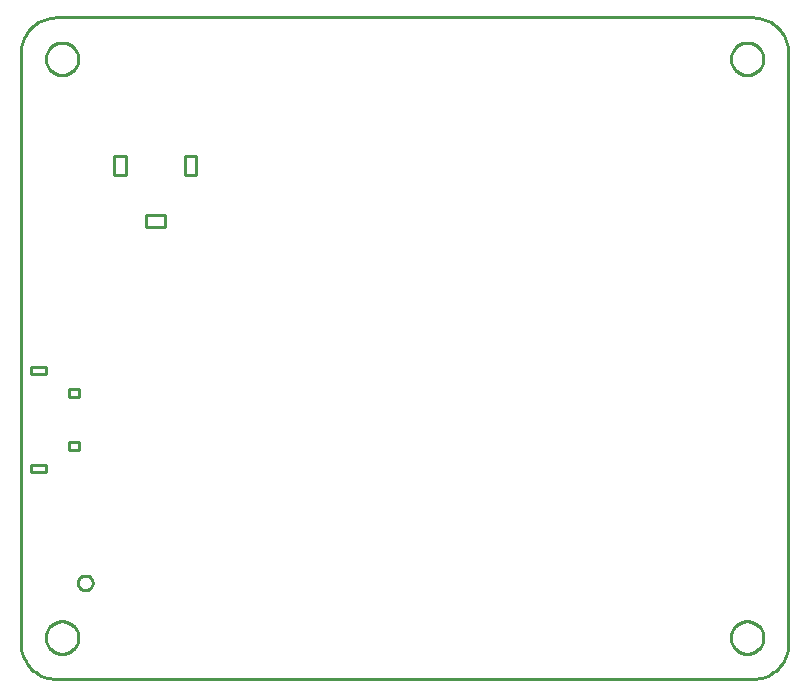
<source format=gbr>
G04 EAGLE Gerber RS-274X export*
G75*
%MOMM*%
%FSLAX34Y34*%
%LPD*%
%IN*%
%IPPOS*%
%AMOC8*
5,1,8,0,0,1.08239X$1,22.5*%
G01*
%ADD10C,0.254000*%


D10*
X0Y30000D02*
X114Y27385D01*
X456Y24791D01*
X1022Y22235D01*
X1809Y19739D01*
X2811Y17321D01*
X4019Y15000D01*
X5425Y12793D01*
X7019Y10716D01*
X8787Y8787D01*
X10716Y7019D01*
X12793Y5425D01*
X15000Y4019D01*
X17321Y2811D01*
X19739Y1809D01*
X22235Y1022D01*
X24791Y456D01*
X27385Y114D01*
X30000Y0D01*
X620000Y0D01*
X622615Y114D01*
X625209Y456D01*
X627765Y1022D01*
X630261Y1809D01*
X632679Y2811D01*
X635000Y4019D01*
X637207Y5425D01*
X639284Y7019D01*
X641213Y8787D01*
X642981Y10716D01*
X644575Y12793D01*
X645981Y15000D01*
X647189Y17321D01*
X648191Y19739D01*
X648978Y22235D01*
X649544Y24791D01*
X649886Y27385D01*
X650000Y30000D01*
X650000Y530000D01*
X649886Y532615D01*
X649544Y535209D01*
X648978Y537765D01*
X648191Y540261D01*
X647189Y542679D01*
X645981Y545000D01*
X644575Y547207D01*
X642981Y549284D01*
X641213Y551213D01*
X639284Y552981D01*
X637207Y554575D01*
X635000Y555981D01*
X632679Y557189D01*
X630261Y558191D01*
X627765Y558978D01*
X625209Y559544D01*
X622615Y559886D01*
X620000Y560000D01*
X30000Y560000D01*
X27385Y559886D01*
X24791Y559544D01*
X22235Y558978D01*
X19739Y558191D01*
X17321Y557189D01*
X15000Y555981D01*
X12793Y554575D01*
X10716Y552981D01*
X8787Y551213D01*
X7019Y549284D01*
X5425Y547207D01*
X4019Y545000D01*
X2811Y542679D01*
X1809Y540261D01*
X1022Y537765D01*
X456Y535209D01*
X114Y532615D01*
X0Y530000D01*
X0Y30000D01*
X40736Y193960D02*
X49236Y193960D01*
X49236Y200960D01*
X40736Y200960D01*
X40736Y193960D01*
X40736Y238460D02*
X49236Y238460D01*
X49236Y245460D01*
X40736Y245460D01*
X40736Y238460D01*
X78740Y426340D02*
X88740Y426340D01*
X88740Y442340D01*
X78740Y442340D01*
X78740Y426340D01*
X8486Y174960D02*
X21486Y174960D01*
X21486Y180960D01*
X8486Y180960D01*
X8486Y174960D01*
X138740Y426340D02*
X148740Y426340D01*
X148740Y442340D01*
X138740Y442340D01*
X138740Y426340D01*
X8486Y258460D02*
X21486Y258460D01*
X21486Y264460D01*
X8486Y264460D01*
X8486Y258460D01*
X105740Y382340D02*
X121740Y382340D01*
X121740Y392340D01*
X105740Y392340D01*
X105740Y382340D01*
X48750Y34509D02*
X48680Y33529D01*
X48540Y32557D01*
X48331Y31597D01*
X48055Y30655D01*
X47711Y29735D01*
X47303Y28841D01*
X46833Y27979D01*
X46302Y27153D01*
X45713Y26367D01*
X45070Y25625D01*
X44375Y24930D01*
X43633Y24287D01*
X42847Y23698D01*
X42021Y23167D01*
X41159Y22697D01*
X40265Y22289D01*
X39345Y21945D01*
X38403Y21669D01*
X37443Y21460D01*
X36471Y21320D01*
X35491Y21250D01*
X34509Y21250D01*
X33529Y21320D01*
X32557Y21460D01*
X31597Y21669D01*
X30655Y21945D01*
X29735Y22289D01*
X28841Y22697D01*
X27979Y23167D01*
X27153Y23698D01*
X26367Y24287D01*
X25625Y24930D01*
X24930Y25625D01*
X24287Y26367D01*
X23698Y27153D01*
X23167Y27979D01*
X22697Y28841D01*
X22289Y29735D01*
X21945Y30655D01*
X21669Y31597D01*
X21460Y32557D01*
X21320Y33529D01*
X21250Y34509D01*
X21250Y35491D01*
X21320Y36471D01*
X21460Y37443D01*
X21669Y38403D01*
X21945Y39345D01*
X22289Y40265D01*
X22697Y41159D01*
X23167Y42021D01*
X23698Y42847D01*
X24287Y43633D01*
X24930Y44375D01*
X25625Y45070D01*
X26367Y45713D01*
X27153Y46302D01*
X27979Y46833D01*
X28841Y47303D01*
X29735Y47711D01*
X30655Y48055D01*
X31597Y48331D01*
X32557Y48540D01*
X33529Y48680D01*
X34509Y48750D01*
X35491Y48750D01*
X36471Y48680D01*
X37443Y48540D01*
X38403Y48331D01*
X39345Y48055D01*
X40265Y47711D01*
X41159Y47303D01*
X42021Y46833D01*
X42847Y46302D01*
X43633Y45713D01*
X44375Y45070D01*
X45070Y44375D01*
X45713Y43633D01*
X46302Y42847D01*
X46833Y42021D01*
X47303Y41159D01*
X47711Y40265D01*
X48055Y39345D01*
X48331Y38403D01*
X48540Y37443D01*
X48680Y36471D01*
X48750Y35491D01*
X48750Y34509D01*
X48750Y524509D02*
X48680Y523529D01*
X48540Y522557D01*
X48331Y521597D01*
X48055Y520655D01*
X47711Y519735D01*
X47303Y518841D01*
X46833Y517979D01*
X46302Y517153D01*
X45713Y516367D01*
X45070Y515625D01*
X44375Y514930D01*
X43633Y514287D01*
X42847Y513698D01*
X42021Y513167D01*
X41159Y512697D01*
X40265Y512289D01*
X39345Y511945D01*
X38403Y511669D01*
X37443Y511460D01*
X36471Y511320D01*
X35491Y511250D01*
X34509Y511250D01*
X33529Y511320D01*
X32557Y511460D01*
X31597Y511669D01*
X30655Y511945D01*
X29735Y512289D01*
X28841Y512697D01*
X27979Y513167D01*
X27153Y513698D01*
X26367Y514287D01*
X25625Y514930D01*
X24930Y515625D01*
X24287Y516367D01*
X23698Y517153D01*
X23167Y517979D01*
X22697Y518841D01*
X22289Y519735D01*
X21945Y520655D01*
X21669Y521597D01*
X21460Y522557D01*
X21320Y523529D01*
X21250Y524509D01*
X21250Y525491D01*
X21320Y526471D01*
X21460Y527443D01*
X21669Y528403D01*
X21945Y529345D01*
X22289Y530265D01*
X22697Y531159D01*
X23167Y532021D01*
X23698Y532847D01*
X24287Y533633D01*
X24930Y534375D01*
X25625Y535070D01*
X26367Y535713D01*
X27153Y536302D01*
X27979Y536833D01*
X28841Y537303D01*
X29735Y537711D01*
X30655Y538055D01*
X31597Y538331D01*
X32557Y538540D01*
X33529Y538680D01*
X34509Y538750D01*
X35491Y538750D01*
X36471Y538680D01*
X37443Y538540D01*
X38403Y538331D01*
X39345Y538055D01*
X40265Y537711D01*
X41159Y537303D01*
X42021Y536833D01*
X42847Y536302D01*
X43633Y535713D01*
X44375Y535070D01*
X45070Y534375D01*
X45713Y533633D01*
X46302Y532847D01*
X46833Y532021D01*
X47303Y531159D01*
X47711Y530265D01*
X48055Y529345D01*
X48331Y528403D01*
X48540Y527443D01*
X48680Y526471D01*
X48750Y525491D01*
X48750Y524509D01*
X628750Y34509D02*
X628680Y33529D01*
X628540Y32557D01*
X628331Y31597D01*
X628055Y30655D01*
X627711Y29735D01*
X627303Y28841D01*
X626833Y27979D01*
X626302Y27153D01*
X625713Y26367D01*
X625070Y25625D01*
X624375Y24930D01*
X623633Y24287D01*
X622847Y23698D01*
X622021Y23167D01*
X621159Y22697D01*
X620265Y22289D01*
X619345Y21945D01*
X618403Y21669D01*
X617443Y21460D01*
X616471Y21320D01*
X615491Y21250D01*
X614509Y21250D01*
X613529Y21320D01*
X612557Y21460D01*
X611597Y21669D01*
X610655Y21945D01*
X609735Y22289D01*
X608841Y22697D01*
X607979Y23167D01*
X607153Y23698D01*
X606367Y24287D01*
X605625Y24930D01*
X604930Y25625D01*
X604287Y26367D01*
X603698Y27153D01*
X603167Y27979D01*
X602697Y28841D01*
X602289Y29735D01*
X601945Y30655D01*
X601669Y31597D01*
X601460Y32557D01*
X601320Y33529D01*
X601250Y34509D01*
X601250Y35491D01*
X601320Y36471D01*
X601460Y37443D01*
X601669Y38403D01*
X601945Y39345D01*
X602289Y40265D01*
X602697Y41159D01*
X603167Y42021D01*
X603698Y42847D01*
X604287Y43633D01*
X604930Y44375D01*
X605625Y45070D01*
X606367Y45713D01*
X607153Y46302D01*
X607979Y46833D01*
X608841Y47303D01*
X609735Y47711D01*
X610655Y48055D01*
X611597Y48331D01*
X612557Y48540D01*
X613529Y48680D01*
X614509Y48750D01*
X615491Y48750D01*
X616471Y48680D01*
X617443Y48540D01*
X618403Y48331D01*
X619345Y48055D01*
X620265Y47711D01*
X621159Y47303D01*
X622021Y46833D01*
X622847Y46302D01*
X623633Y45713D01*
X624375Y45070D01*
X625070Y44375D01*
X625713Y43633D01*
X626302Y42847D01*
X626833Y42021D01*
X627303Y41159D01*
X627711Y40265D01*
X628055Y39345D01*
X628331Y38403D01*
X628540Y37443D01*
X628680Y36471D01*
X628750Y35491D01*
X628750Y34509D01*
X628750Y524509D02*
X628680Y523529D01*
X628540Y522557D01*
X628331Y521597D01*
X628055Y520655D01*
X627711Y519735D01*
X627303Y518841D01*
X626833Y517979D01*
X626302Y517153D01*
X625713Y516367D01*
X625070Y515625D01*
X624375Y514930D01*
X623633Y514287D01*
X622847Y513698D01*
X622021Y513167D01*
X621159Y512697D01*
X620265Y512289D01*
X619345Y511945D01*
X618403Y511669D01*
X617443Y511460D01*
X616471Y511320D01*
X615491Y511250D01*
X614509Y511250D01*
X613529Y511320D01*
X612557Y511460D01*
X611597Y511669D01*
X610655Y511945D01*
X609735Y512289D01*
X608841Y512697D01*
X607979Y513167D01*
X607153Y513698D01*
X606367Y514287D01*
X605625Y514930D01*
X604930Y515625D01*
X604287Y516367D01*
X603698Y517153D01*
X603167Y517979D01*
X602697Y518841D01*
X602289Y519735D01*
X601945Y520655D01*
X601669Y521597D01*
X601460Y522557D01*
X601320Y523529D01*
X601250Y524509D01*
X601250Y525491D01*
X601320Y526471D01*
X601460Y527443D01*
X601669Y528403D01*
X601945Y529345D01*
X602289Y530265D01*
X602697Y531159D01*
X603167Y532021D01*
X603698Y532847D01*
X604287Y533633D01*
X604930Y534375D01*
X605625Y535070D01*
X606367Y535713D01*
X607153Y536302D01*
X607979Y536833D01*
X608841Y537303D01*
X609735Y537711D01*
X610655Y538055D01*
X611597Y538331D01*
X612557Y538540D01*
X613529Y538680D01*
X614509Y538750D01*
X615491Y538750D01*
X616471Y538680D01*
X617443Y538540D01*
X618403Y538331D01*
X619345Y538055D01*
X620265Y537711D01*
X621159Y537303D01*
X622021Y536833D01*
X622847Y536302D01*
X623633Y535713D01*
X624375Y535070D01*
X625070Y534375D01*
X625713Y533633D01*
X626302Y532847D01*
X626833Y532021D01*
X627303Y531159D01*
X627711Y530265D01*
X628055Y529345D01*
X628331Y528403D01*
X628540Y527443D01*
X628680Y526471D01*
X628750Y525491D01*
X628750Y524509D01*
X54961Y87530D02*
X55659Y87451D01*
X56343Y87295D01*
X57006Y87063D01*
X57638Y86759D01*
X58232Y86385D01*
X58781Y85948D01*
X59278Y85451D01*
X59715Y84902D01*
X60089Y84308D01*
X60393Y83676D01*
X60625Y83013D01*
X60781Y82329D01*
X60860Y81631D01*
X60860Y80929D01*
X60781Y80231D01*
X60625Y79547D01*
X60393Y78884D01*
X60089Y78252D01*
X59715Y77658D01*
X59278Y77109D01*
X58781Y76612D01*
X58232Y76175D01*
X57638Y75801D01*
X57006Y75497D01*
X56343Y75265D01*
X55659Y75109D01*
X54961Y75030D01*
X54259Y75030D01*
X53561Y75109D01*
X52877Y75265D01*
X52214Y75497D01*
X51582Y75801D01*
X50988Y76175D01*
X50439Y76612D01*
X49942Y77109D01*
X49505Y77658D01*
X49131Y78252D01*
X48827Y78884D01*
X48595Y79547D01*
X48439Y80231D01*
X48360Y80929D01*
X48360Y81631D01*
X48439Y82329D01*
X48595Y83013D01*
X48827Y83676D01*
X49131Y84308D01*
X49505Y84902D01*
X49942Y85451D01*
X50439Y85948D01*
X50988Y86385D01*
X51582Y86759D01*
X52214Y87063D01*
X52877Y87295D01*
X53561Y87451D01*
X54259Y87530D01*
X54961Y87530D01*
M02*

</source>
